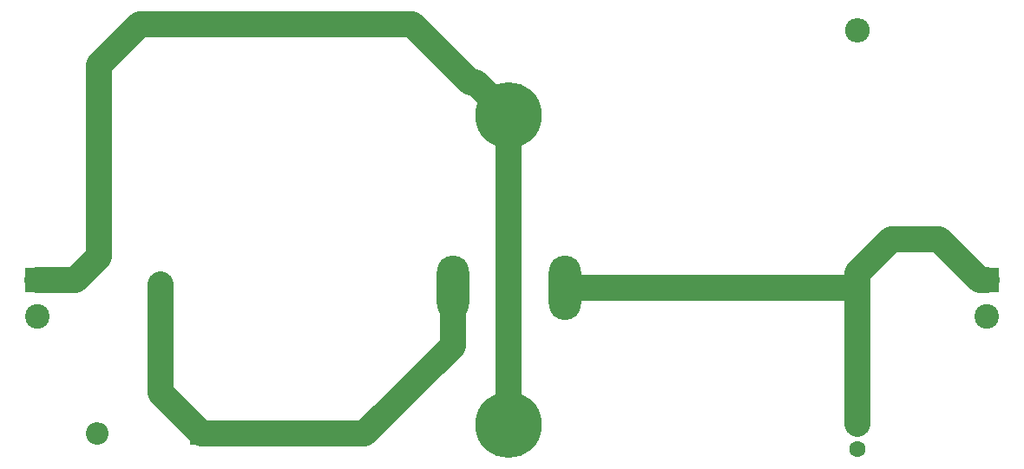
<source format=gbr>
G04 #@! TF.GenerationSoftware,KiCad,Pcbnew,(5.1.5)-3*
G04 #@! TF.CreationDate,2020-09-01T19:36:17+01:00*
G04 #@! TF.ProjectId,solarVoltageLimiter,736f6c61-7256-46f6-9c74-6167654c696d,1.0.1*
G04 #@! TF.SameCoordinates,Original*
G04 #@! TF.FileFunction,Copper,L1,Top*
G04 #@! TF.FilePolarity,Positive*
%FSLAX46Y46*%
G04 Gerber Fmt 4.6, Leading zero omitted, Abs format (unit mm)*
G04 Created by KiCad (PCBNEW (5.1.5)-3) date 2020-09-01 19:36:17*
%MOMM*%
%LPD*%
G04 APERTURE LIST*
%ADD10R,1.600000X1.600000*%
%ADD11C,1.600000*%
%ADD12R,2.200000X2.200000*%
%ADD13O,2.200000X2.200000*%
%ADD14C,2.400000*%
%ADD15R,2.400000X2.400000*%
%ADD16O,2.400000X2.400000*%
%ADD17C,6.477000*%
%ADD18O,3.149600X6.299200*%
%ADD19C,2.500000*%
G04 APERTURE END LIST*
D10*
X160000000Y-100000000D03*
D11*
X160000000Y-102500000D03*
D12*
X96000000Y-101000000D03*
D13*
X85840000Y-101000000D03*
D14*
X80000000Y-89500000D03*
D15*
X80000000Y-86000000D03*
X172669200Y-86000000D03*
D14*
X172669200Y-89500000D03*
X92000000Y-61000000D03*
D16*
X92000000Y-86400000D03*
X160000000Y-61600000D03*
D14*
X160000000Y-87000000D03*
D17*
X126000000Y-100113000D03*
X126000000Y-69887000D03*
D18*
X120539000Y-86778000D03*
X131461000Y-86778000D03*
D19*
X92000000Y-97000000D02*
X96000000Y-101000000D01*
X92000000Y-86400000D02*
X92000000Y-97000000D01*
X99600000Y-101000000D02*
X96000000Y-101000000D01*
X111966600Y-101000000D02*
X99600000Y-101000000D01*
X120539000Y-92427600D02*
X111966600Y-101000000D01*
X120539000Y-86778000D02*
X120539000Y-92427600D01*
X159901020Y-86901020D02*
X160000000Y-87000000D01*
X160000000Y-87000000D02*
X160000000Y-100000000D01*
X159778000Y-86778000D02*
X160000000Y-87000000D01*
X131461000Y-86778000D02*
X159778000Y-86778000D01*
X160000000Y-85302944D02*
X163302944Y-82000000D01*
X160000000Y-87000000D02*
X160000000Y-85302944D01*
X172669200Y-86000000D02*
X172000000Y-86000000D01*
X168000000Y-82000000D02*
X163302944Y-82000000D01*
X172000000Y-86000000D02*
X168000000Y-82000000D01*
X92000000Y-61000000D02*
X116624000Y-61000000D01*
X83700000Y-86000000D02*
X80000000Y-86000000D01*
X86000000Y-83700000D02*
X83700000Y-86000000D01*
X86000000Y-65000000D02*
X86000000Y-83700000D01*
X90000000Y-61000000D02*
X86000000Y-65000000D01*
X92000000Y-61000000D02*
X90000000Y-61000000D01*
X122272501Y-66648501D02*
X116624000Y-61000000D01*
X122761501Y-66648501D02*
X122272501Y-66648501D01*
X126000000Y-69887000D02*
X122761501Y-66648501D01*
X126000000Y-74466930D02*
X126000000Y-100113000D01*
X126000000Y-69887000D02*
X126000000Y-74466930D01*
M02*

</source>
